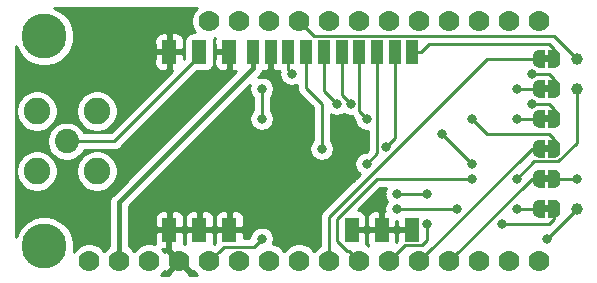
<source format=gtl>
G04 #@! TF.GenerationSoftware,KiCad,Pcbnew,(5.1.2-1)-1*
G04 #@! TF.CreationDate,2019-05-16T11:37:58+08:00*
G04 #@! TF.ProjectId,huzzah-cc112x-shield,68757a7a-6168-42d6-9363-313132782d73,1*
G04 #@! TF.SameCoordinates,Original*
G04 #@! TF.FileFunction,Copper,L1,Top*
G04 #@! TF.FilePolarity,Positive*
%FSLAX46Y46*%
G04 Gerber Fmt 4.6, Leading zero omitted, Abs format (unit mm)*
G04 Created by KiCad (PCBNEW (5.1.2-1)-1) date 2019-05-16 11:37:58*
%MOMM*%
%LPD*%
G04 APERTURE LIST*
%ADD10C,0.100000*%
%ADD11C,1.000000*%
%ADD12C,0.500000*%
%ADD13C,1.778000*%
%ADD14C,3.810000*%
%ADD15R,1.000000X2.000000*%
%ADD16R,1.200000X2.000000*%
%ADD17C,2.050000*%
%ADD18C,2.250000*%
%ADD19C,0.800000*%
%ADD20C,0.400000*%
%ADD21C,0.250000*%
%ADD22C,0.500000*%
%ADD23C,0.254000*%
G04 APERTURE END LIST*
D10*
G36*
X58670000Y-20020000D02*
G01*
X58170000Y-20020000D01*
X58170000Y-20620000D01*
X58670000Y-20620000D01*
X58670000Y-20020000D01*
G37*
G36*
X58670000Y-27640000D02*
G01*
X58170000Y-27640000D01*
X58170000Y-28240000D01*
X58670000Y-28240000D01*
X58670000Y-27640000D01*
G37*
G36*
X58670000Y-22560000D02*
G01*
X58170000Y-22560000D01*
X58170000Y-23160000D01*
X58670000Y-23160000D01*
X58670000Y-22560000D01*
G37*
G36*
X58670000Y-25100000D02*
G01*
X58170000Y-25100000D01*
X58170000Y-25700000D01*
X58670000Y-25700000D01*
X58670000Y-25100000D01*
G37*
G36*
X58670000Y-30180000D02*
G01*
X58170000Y-30180000D01*
X58170000Y-30780000D01*
X58670000Y-30780000D01*
X58670000Y-30180000D01*
G37*
G36*
X58670000Y-17480000D02*
G01*
X58170000Y-17480000D01*
X58170000Y-18080000D01*
X58670000Y-18080000D01*
X58670000Y-17480000D01*
G37*
D11*
X60960000Y-17780000D03*
X60960000Y-20320000D03*
X60960000Y-30480000D03*
D12*
X57770000Y-20320000D03*
D10*
G36*
X58270000Y-21070000D02*
G01*
X57770000Y-21070000D01*
X57770000Y-21069398D01*
X57745466Y-21069398D01*
X57696635Y-21064588D01*
X57648510Y-21055016D01*
X57601555Y-21040772D01*
X57556222Y-21021995D01*
X57512949Y-20998864D01*
X57472150Y-20971604D01*
X57434221Y-20940476D01*
X57399524Y-20905779D01*
X57368396Y-20867850D01*
X57341136Y-20827051D01*
X57318005Y-20783778D01*
X57299228Y-20738445D01*
X57284984Y-20691490D01*
X57275412Y-20643365D01*
X57270602Y-20594534D01*
X57270602Y-20570000D01*
X57270000Y-20570000D01*
X57270000Y-20070000D01*
X57270602Y-20070000D01*
X57270602Y-20045466D01*
X57275412Y-19996635D01*
X57284984Y-19948510D01*
X57299228Y-19901555D01*
X57318005Y-19856222D01*
X57341136Y-19812949D01*
X57368396Y-19772150D01*
X57399524Y-19734221D01*
X57434221Y-19699524D01*
X57472150Y-19668396D01*
X57512949Y-19641136D01*
X57556222Y-19618005D01*
X57601555Y-19599228D01*
X57648510Y-19584984D01*
X57696635Y-19575412D01*
X57745466Y-19570602D01*
X57770000Y-19570602D01*
X57770000Y-19570000D01*
X58270000Y-19570000D01*
X58270000Y-21070000D01*
X58270000Y-21070000D01*
G37*
D12*
X59070000Y-20320000D03*
D10*
G36*
X59070000Y-19570602D02*
G01*
X59094534Y-19570602D01*
X59143365Y-19575412D01*
X59191490Y-19584984D01*
X59238445Y-19599228D01*
X59283778Y-19618005D01*
X59327051Y-19641136D01*
X59367850Y-19668396D01*
X59405779Y-19699524D01*
X59440476Y-19734221D01*
X59471604Y-19772150D01*
X59498864Y-19812949D01*
X59521995Y-19856222D01*
X59540772Y-19901555D01*
X59555016Y-19948510D01*
X59564588Y-19996635D01*
X59569398Y-20045466D01*
X59569398Y-20070000D01*
X59570000Y-20070000D01*
X59570000Y-20570000D01*
X59569398Y-20570000D01*
X59569398Y-20594534D01*
X59564588Y-20643365D01*
X59555016Y-20691490D01*
X59540772Y-20738445D01*
X59521995Y-20783778D01*
X59498864Y-20827051D01*
X59471604Y-20867850D01*
X59440476Y-20905779D01*
X59405779Y-20940476D01*
X59367850Y-20971604D01*
X59327051Y-20998864D01*
X59283778Y-21021995D01*
X59238445Y-21040772D01*
X59191490Y-21055016D01*
X59143365Y-21064588D01*
X59094534Y-21069398D01*
X59070000Y-21069398D01*
X59070000Y-21070000D01*
X58570000Y-21070000D01*
X58570000Y-19570000D01*
X59070000Y-19570000D01*
X59070000Y-19570602D01*
X59070000Y-19570602D01*
G37*
D12*
X57770000Y-27940000D03*
D10*
G36*
X58270000Y-28690000D02*
G01*
X57770000Y-28690000D01*
X57770000Y-28689398D01*
X57745466Y-28689398D01*
X57696635Y-28684588D01*
X57648510Y-28675016D01*
X57601555Y-28660772D01*
X57556222Y-28641995D01*
X57512949Y-28618864D01*
X57472150Y-28591604D01*
X57434221Y-28560476D01*
X57399524Y-28525779D01*
X57368396Y-28487850D01*
X57341136Y-28447051D01*
X57318005Y-28403778D01*
X57299228Y-28358445D01*
X57284984Y-28311490D01*
X57275412Y-28263365D01*
X57270602Y-28214534D01*
X57270602Y-28190000D01*
X57270000Y-28190000D01*
X57270000Y-27690000D01*
X57270602Y-27690000D01*
X57270602Y-27665466D01*
X57275412Y-27616635D01*
X57284984Y-27568510D01*
X57299228Y-27521555D01*
X57318005Y-27476222D01*
X57341136Y-27432949D01*
X57368396Y-27392150D01*
X57399524Y-27354221D01*
X57434221Y-27319524D01*
X57472150Y-27288396D01*
X57512949Y-27261136D01*
X57556222Y-27238005D01*
X57601555Y-27219228D01*
X57648510Y-27204984D01*
X57696635Y-27195412D01*
X57745466Y-27190602D01*
X57770000Y-27190602D01*
X57770000Y-27190000D01*
X58270000Y-27190000D01*
X58270000Y-28690000D01*
X58270000Y-28690000D01*
G37*
D12*
X59070000Y-27940000D03*
D10*
G36*
X59070000Y-27190602D02*
G01*
X59094534Y-27190602D01*
X59143365Y-27195412D01*
X59191490Y-27204984D01*
X59238445Y-27219228D01*
X59283778Y-27238005D01*
X59327051Y-27261136D01*
X59367850Y-27288396D01*
X59405779Y-27319524D01*
X59440476Y-27354221D01*
X59471604Y-27392150D01*
X59498864Y-27432949D01*
X59521995Y-27476222D01*
X59540772Y-27521555D01*
X59555016Y-27568510D01*
X59564588Y-27616635D01*
X59569398Y-27665466D01*
X59569398Y-27690000D01*
X59570000Y-27690000D01*
X59570000Y-28190000D01*
X59569398Y-28190000D01*
X59569398Y-28214534D01*
X59564588Y-28263365D01*
X59555016Y-28311490D01*
X59540772Y-28358445D01*
X59521995Y-28403778D01*
X59498864Y-28447051D01*
X59471604Y-28487850D01*
X59440476Y-28525779D01*
X59405779Y-28560476D01*
X59367850Y-28591604D01*
X59327051Y-28618864D01*
X59283778Y-28641995D01*
X59238445Y-28660772D01*
X59191490Y-28675016D01*
X59143365Y-28684588D01*
X59094534Y-28689398D01*
X59070000Y-28689398D01*
X59070000Y-28690000D01*
X58570000Y-28690000D01*
X58570000Y-27190000D01*
X59070000Y-27190000D01*
X59070000Y-27190602D01*
X59070000Y-27190602D01*
G37*
D12*
X57770000Y-22860000D03*
D10*
G36*
X58270000Y-23610000D02*
G01*
X57770000Y-23610000D01*
X57770000Y-23609398D01*
X57745466Y-23609398D01*
X57696635Y-23604588D01*
X57648510Y-23595016D01*
X57601555Y-23580772D01*
X57556222Y-23561995D01*
X57512949Y-23538864D01*
X57472150Y-23511604D01*
X57434221Y-23480476D01*
X57399524Y-23445779D01*
X57368396Y-23407850D01*
X57341136Y-23367051D01*
X57318005Y-23323778D01*
X57299228Y-23278445D01*
X57284984Y-23231490D01*
X57275412Y-23183365D01*
X57270602Y-23134534D01*
X57270602Y-23110000D01*
X57270000Y-23110000D01*
X57270000Y-22610000D01*
X57270602Y-22610000D01*
X57270602Y-22585466D01*
X57275412Y-22536635D01*
X57284984Y-22488510D01*
X57299228Y-22441555D01*
X57318005Y-22396222D01*
X57341136Y-22352949D01*
X57368396Y-22312150D01*
X57399524Y-22274221D01*
X57434221Y-22239524D01*
X57472150Y-22208396D01*
X57512949Y-22181136D01*
X57556222Y-22158005D01*
X57601555Y-22139228D01*
X57648510Y-22124984D01*
X57696635Y-22115412D01*
X57745466Y-22110602D01*
X57770000Y-22110602D01*
X57770000Y-22110000D01*
X58270000Y-22110000D01*
X58270000Y-23610000D01*
X58270000Y-23610000D01*
G37*
D12*
X59070000Y-22860000D03*
D10*
G36*
X59070000Y-22110602D02*
G01*
X59094534Y-22110602D01*
X59143365Y-22115412D01*
X59191490Y-22124984D01*
X59238445Y-22139228D01*
X59283778Y-22158005D01*
X59327051Y-22181136D01*
X59367850Y-22208396D01*
X59405779Y-22239524D01*
X59440476Y-22274221D01*
X59471604Y-22312150D01*
X59498864Y-22352949D01*
X59521995Y-22396222D01*
X59540772Y-22441555D01*
X59555016Y-22488510D01*
X59564588Y-22536635D01*
X59569398Y-22585466D01*
X59569398Y-22610000D01*
X59570000Y-22610000D01*
X59570000Y-23110000D01*
X59569398Y-23110000D01*
X59569398Y-23134534D01*
X59564588Y-23183365D01*
X59555016Y-23231490D01*
X59540772Y-23278445D01*
X59521995Y-23323778D01*
X59498864Y-23367051D01*
X59471604Y-23407850D01*
X59440476Y-23445779D01*
X59405779Y-23480476D01*
X59367850Y-23511604D01*
X59327051Y-23538864D01*
X59283778Y-23561995D01*
X59238445Y-23580772D01*
X59191490Y-23595016D01*
X59143365Y-23604588D01*
X59094534Y-23609398D01*
X59070000Y-23609398D01*
X59070000Y-23610000D01*
X58570000Y-23610000D01*
X58570000Y-22110000D01*
X59070000Y-22110000D01*
X59070000Y-22110602D01*
X59070000Y-22110602D01*
G37*
D12*
X57770000Y-25400000D03*
D10*
G36*
X58270000Y-26150000D02*
G01*
X57770000Y-26150000D01*
X57770000Y-26149398D01*
X57745466Y-26149398D01*
X57696635Y-26144588D01*
X57648510Y-26135016D01*
X57601555Y-26120772D01*
X57556222Y-26101995D01*
X57512949Y-26078864D01*
X57472150Y-26051604D01*
X57434221Y-26020476D01*
X57399524Y-25985779D01*
X57368396Y-25947850D01*
X57341136Y-25907051D01*
X57318005Y-25863778D01*
X57299228Y-25818445D01*
X57284984Y-25771490D01*
X57275412Y-25723365D01*
X57270602Y-25674534D01*
X57270602Y-25650000D01*
X57270000Y-25650000D01*
X57270000Y-25150000D01*
X57270602Y-25150000D01*
X57270602Y-25125466D01*
X57275412Y-25076635D01*
X57284984Y-25028510D01*
X57299228Y-24981555D01*
X57318005Y-24936222D01*
X57341136Y-24892949D01*
X57368396Y-24852150D01*
X57399524Y-24814221D01*
X57434221Y-24779524D01*
X57472150Y-24748396D01*
X57512949Y-24721136D01*
X57556222Y-24698005D01*
X57601555Y-24679228D01*
X57648510Y-24664984D01*
X57696635Y-24655412D01*
X57745466Y-24650602D01*
X57770000Y-24650602D01*
X57770000Y-24650000D01*
X58270000Y-24650000D01*
X58270000Y-26150000D01*
X58270000Y-26150000D01*
G37*
D12*
X59070000Y-25400000D03*
D10*
G36*
X59070000Y-24650602D02*
G01*
X59094534Y-24650602D01*
X59143365Y-24655412D01*
X59191490Y-24664984D01*
X59238445Y-24679228D01*
X59283778Y-24698005D01*
X59327051Y-24721136D01*
X59367850Y-24748396D01*
X59405779Y-24779524D01*
X59440476Y-24814221D01*
X59471604Y-24852150D01*
X59498864Y-24892949D01*
X59521995Y-24936222D01*
X59540772Y-24981555D01*
X59555016Y-25028510D01*
X59564588Y-25076635D01*
X59569398Y-25125466D01*
X59569398Y-25150000D01*
X59570000Y-25150000D01*
X59570000Y-25650000D01*
X59569398Y-25650000D01*
X59569398Y-25674534D01*
X59564588Y-25723365D01*
X59555016Y-25771490D01*
X59540772Y-25818445D01*
X59521995Y-25863778D01*
X59498864Y-25907051D01*
X59471604Y-25947850D01*
X59440476Y-25985779D01*
X59405779Y-26020476D01*
X59367850Y-26051604D01*
X59327051Y-26078864D01*
X59283778Y-26101995D01*
X59238445Y-26120772D01*
X59191490Y-26135016D01*
X59143365Y-26144588D01*
X59094534Y-26149398D01*
X59070000Y-26149398D01*
X59070000Y-26150000D01*
X58570000Y-26150000D01*
X58570000Y-24650000D01*
X59070000Y-24650000D01*
X59070000Y-24650602D01*
X59070000Y-24650602D01*
G37*
D12*
X57770000Y-30480000D03*
D10*
G36*
X58270000Y-31230000D02*
G01*
X57770000Y-31230000D01*
X57770000Y-31229398D01*
X57745466Y-31229398D01*
X57696635Y-31224588D01*
X57648510Y-31215016D01*
X57601555Y-31200772D01*
X57556222Y-31181995D01*
X57512949Y-31158864D01*
X57472150Y-31131604D01*
X57434221Y-31100476D01*
X57399524Y-31065779D01*
X57368396Y-31027850D01*
X57341136Y-30987051D01*
X57318005Y-30943778D01*
X57299228Y-30898445D01*
X57284984Y-30851490D01*
X57275412Y-30803365D01*
X57270602Y-30754534D01*
X57270602Y-30730000D01*
X57270000Y-30730000D01*
X57270000Y-30230000D01*
X57270602Y-30230000D01*
X57270602Y-30205466D01*
X57275412Y-30156635D01*
X57284984Y-30108510D01*
X57299228Y-30061555D01*
X57318005Y-30016222D01*
X57341136Y-29972949D01*
X57368396Y-29932150D01*
X57399524Y-29894221D01*
X57434221Y-29859524D01*
X57472150Y-29828396D01*
X57512949Y-29801136D01*
X57556222Y-29778005D01*
X57601555Y-29759228D01*
X57648510Y-29744984D01*
X57696635Y-29735412D01*
X57745466Y-29730602D01*
X57770000Y-29730602D01*
X57770000Y-29730000D01*
X58270000Y-29730000D01*
X58270000Y-31230000D01*
X58270000Y-31230000D01*
G37*
D12*
X59070000Y-30480000D03*
D10*
G36*
X59070000Y-29730602D02*
G01*
X59094534Y-29730602D01*
X59143365Y-29735412D01*
X59191490Y-29744984D01*
X59238445Y-29759228D01*
X59283778Y-29778005D01*
X59327051Y-29801136D01*
X59367850Y-29828396D01*
X59405779Y-29859524D01*
X59440476Y-29894221D01*
X59471604Y-29932150D01*
X59498864Y-29972949D01*
X59521995Y-30016222D01*
X59540772Y-30061555D01*
X59555016Y-30108510D01*
X59564588Y-30156635D01*
X59569398Y-30205466D01*
X59569398Y-30230000D01*
X59570000Y-30230000D01*
X59570000Y-30730000D01*
X59569398Y-30730000D01*
X59569398Y-30754534D01*
X59564588Y-30803365D01*
X59555016Y-30851490D01*
X59540772Y-30898445D01*
X59521995Y-30943778D01*
X59498864Y-30987051D01*
X59471604Y-31027850D01*
X59440476Y-31065779D01*
X59405779Y-31100476D01*
X59367850Y-31131604D01*
X59327051Y-31158864D01*
X59283778Y-31181995D01*
X59238445Y-31200772D01*
X59191490Y-31215016D01*
X59143365Y-31224588D01*
X59094534Y-31229398D01*
X59070000Y-31229398D01*
X59070000Y-31230000D01*
X58570000Y-31230000D01*
X58570000Y-29730000D01*
X59070000Y-29730000D01*
X59070000Y-29730602D01*
X59070000Y-29730602D01*
G37*
D12*
X57770000Y-17780000D03*
D10*
G36*
X58270000Y-18530000D02*
G01*
X57770000Y-18530000D01*
X57770000Y-18529398D01*
X57745466Y-18529398D01*
X57696635Y-18524588D01*
X57648510Y-18515016D01*
X57601555Y-18500772D01*
X57556222Y-18481995D01*
X57512949Y-18458864D01*
X57472150Y-18431604D01*
X57434221Y-18400476D01*
X57399524Y-18365779D01*
X57368396Y-18327850D01*
X57341136Y-18287051D01*
X57318005Y-18243778D01*
X57299228Y-18198445D01*
X57284984Y-18151490D01*
X57275412Y-18103365D01*
X57270602Y-18054534D01*
X57270602Y-18030000D01*
X57270000Y-18030000D01*
X57270000Y-17530000D01*
X57270602Y-17530000D01*
X57270602Y-17505466D01*
X57275412Y-17456635D01*
X57284984Y-17408510D01*
X57299228Y-17361555D01*
X57318005Y-17316222D01*
X57341136Y-17272949D01*
X57368396Y-17232150D01*
X57399524Y-17194221D01*
X57434221Y-17159524D01*
X57472150Y-17128396D01*
X57512949Y-17101136D01*
X57556222Y-17078005D01*
X57601555Y-17059228D01*
X57648510Y-17044984D01*
X57696635Y-17035412D01*
X57745466Y-17030602D01*
X57770000Y-17030602D01*
X57770000Y-17030000D01*
X58270000Y-17030000D01*
X58270000Y-18530000D01*
X58270000Y-18530000D01*
G37*
D12*
X59070000Y-17780000D03*
D10*
G36*
X59070000Y-17030602D02*
G01*
X59094534Y-17030602D01*
X59143365Y-17035412D01*
X59191490Y-17044984D01*
X59238445Y-17059228D01*
X59283778Y-17078005D01*
X59327051Y-17101136D01*
X59367850Y-17128396D01*
X59405779Y-17159524D01*
X59440476Y-17194221D01*
X59471604Y-17232150D01*
X59498864Y-17272949D01*
X59521995Y-17316222D01*
X59540772Y-17361555D01*
X59555016Y-17408510D01*
X59564588Y-17456635D01*
X59569398Y-17505466D01*
X59569398Y-17530000D01*
X59570000Y-17530000D01*
X59570000Y-18030000D01*
X59569398Y-18030000D01*
X59569398Y-18054534D01*
X59564588Y-18103365D01*
X59555016Y-18151490D01*
X59540772Y-18198445D01*
X59521995Y-18243778D01*
X59498864Y-18287051D01*
X59471604Y-18327850D01*
X59440476Y-18365779D01*
X59405779Y-18400476D01*
X59367850Y-18431604D01*
X59327051Y-18458864D01*
X59283778Y-18481995D01*
X59238445Y-18500772D01*
X59191490Y-18515016D01*
X59143365Y-18524588D01*
X59094534Y-18529398D01*
X59070000Y-18529398D01*
X59070000Y-18530000D01*
X58570000Y-18530000D01*
X58570000Y-17030000D01*
X59070000Y-17030000D01*
X59070000Y-17030602D01*
X59070000Y-17030602D01*
G37*
D13*
X19685000Y-34925000D03*
X22225000Y-34925000D03*
X24765000Y-34925000D03*
X27305000Y-34925000D03*
X57785000Y-34925000D03*
X55245000Y-34925000D03*
X52705000Y-34925000D03*
X50165000Y-34925000D03*
X47625000Y-34925000D03*
X45085000Y-34925000D03*
X42545000Y-34925000D03*
X40005000Y-34925000D03*
X37465000Y-34925000D03*
X34925000Y-34925000D03*
X32385000Y-34925000D03*
X29845000Y-34925000D03*
X57785000Y-14605000D03*
X55245000Y-14605000D03*
X52705000Y-14605000D03*
X50165000Y-14605000D03*
X47625000Y-14605000D03*
X45085000Y-14605000D03*
X42545000Y-14605000D03*
X40005000Y-14605000D03*
X37465000Y-14605000D03*
X34925000Y-14605000D03*
X32385000Y-14605000D03*
X29845000Y-14605000D03*
D14*
X15875000Y-33655000D03*
X15875000Y-15875000D03*
D15*
X47050000Y-17190000D03*
X45550000Y-17190000D03*
X44050000Y-17190000D03*
X42550000Y-17190000D03*
X41050000Y-17190000D03*
X39550000Y-17190000D03*
X38050000Y-17190000D03*
X36550000Y-17190000D03*
X35050000Y-17190000D03*
X33550000Y-17190000D03*
D16*
X31530000Y-17190000D03*
X28990000Y-17190000D03*
X26450000Y-17190000D03*
X46980000Y-32250000D03*
X44440000Y-32250000D03*
X41900000Y-32250000D03*
X31560000Y-32250000D03*
X29020000Y-32250000D03*
X26480000Y-32250000D03*
D17*
X17780000Y-24765000D03*
D18*
X20320000Y-22225000D03*
X15240000Y-22225000D03*
X15240000Y-27305000D03*
X20320000Y-27305000D03*
D19*
X34290000Y-22860000D03*
X34290000Y-20320000D03*
X34290000Y-33020000D03*
X55880000Y-20320000D03*
X55880000Y-30480000D03*
X50800000Y-30480000D03*
X45720000Y-30480000D03*
X58420000Y-33020000D03*
X55880000Y-27940000D03*
X52070000Y-27940000D03*
X48260000Y-31750000D03*
X55880000Y-22860000D03*
X44450000Y-29210000D03*
X41910000Y-27940000D03*
X22860000Y-17145000D03*
X44775000Y-25250068D03*
X54610000Y-31750000D03*
X48260000Y-29210000D03*
X43180000Y-26670000D03*
X45720012Y-29210000D03*
X43180000Y-22860000D03*
X52070010Y-22860000D03*
X57150000Y-21590000D03*
X41824996Y-21590000D03*
X60960000Y-27940000D03*
X40640012Y-21590000D03*
X49530000Y-24130000D03*
X52069970Y-26670000D03*
X39370000Y-25400000D03*
X57150094Y-19050000D03*
X36830000Y-19050000D03*
D20*
X22225000Y-33667765D02*
X22225000Y-34925000D01*
X22225000Y-29915000D02*
X22225000Y-33667765D01*
X33550000Y-18590000D02*
X22225000Y-29915000D01*
X33550000Y-17190000D02*
X33550000Y-18590000D01*
D21*
X19229568Y-24765000D02*
X17780000Y-24765000D01*
X21815000Y-24765000D02*
X19229568Y-24765000D01*
X28990000Y-17590000D02*
X21815000Y-24765000D01*
X28990000Y-17190000D02*
X28990000Y-17590000D01*
X38353999Y-15493999D02*
X37465000Y-14605000D01*
X38724999Y-15864999D02*
X38353999Y-15493999D01*
X59044999Y-15864999D02*
X38724999Y-15864999D01*
X60960000Y-17780000D02*
X59044999Y-15864999D01*
X34290000Y-22860000D02*
X34290000Y-20320000D01*
X30733999Y-34036001D02*
X29845000Y-34925000D01*
X31059001Y-33710999D02*
X30733999Y-34036001D01*
X33599001Y-33710999D02*
X31059001Y-33710999D01*
X34290000Y-33020000D02*
X33599001Y-33710999D01*
X57770000Y-20320000D02*
X55880000Y-20320000D01*
X57770000Y-30480000D02*
X55880000Y-30480000D01*
X50800000Y-30480000D02*
X45720000Y-30480000D01*
X60960000Y-30480000D02*
X58420000Y-33020000D01*
X40005000Y-31163998D02*
X40005000Y-33667765D01*
X57770000Y-17780000D02*
X53388998Y-17780000D01*
X53388998Y-17780000D02*
X40005000Y-31163998D01*
X40005000Y-33667765D02*
X40005000Y-34925000D01*
X57344990Y-26475010D02*
X55880000Y-27940000D01*
X59408328Y-26475010D02*
X57344990Y-26475010D01*
X60960000Y-20320000D02*
X60960000Y-24923338D01*
X60960000Y-24923338D02*
X59408328Y-26475010D01*
X40640000Y-33175002D02*
X40640000Y-31324998D01*
X41500999Y-34036001D02*
X40640000Y-33175002D01*
X40640000Y-31324998D02*
X44024998Y-27940000D01*
X51504315Y-27940000D02*
X52070000Y-27940000D01*
X41656001Y-34036001D02*
X41500999Y-34036001D01*
X44024998Y-27940000D02*
X51504315Y-27940000D01*
X42545000Y-34925000D02*
X41656001Y-34036001D01*
X48260000Y-33155002D02*
X48260000Y-31750000D01*
X47840001Y-33575001D02*
X48260000Y-33155002D01*
X45085000Y-34925000D02*
X46434999Y-33575001D01*
X46434999Y-33575001D02*
X47840001Y-33575001D01*
X55880000Y-22860000D02*
X57770000Y-22860000D01*
X57150000Y-25400000D02*
X47625000Y-34925000D01*
X57770000Y-25400000D02*
X57150000Y-25400000D01*
X57150000Y-27940000D02*
X50165000Y-34925000D01*
X57770000Y-27940000D02*
X57150000Y-27940000D01*
D22*
X26480000Y-34100000D02*
X27305000Y-34925000D01*
X26480000Y-32250000D02*
X26480000Y-34100000D01*
X27330000Y-32250000D02*
X29020000Y-32250000D01*
X26480000Y-32250000D02*
X27330000Y-32250000D01*
X30710000Y-32250000D02*
X29020000Y-32250000D01*
X31560000Y-32250000D02*
X30710000Y-32250000D01*
X42750000Y-32250000D02*
X44440000Y-32250000D01*
X41900000Y-32250000D02*
X42750000Y-32250000D01*
X45290000Y-32250000D02*
X46980000Y-32250000D01*
X44440000Y-32250000D02*
X45290000Y-32250000D01*
D21*
X47800000Y-17190000D02*
X47050000Y-17190000D01*
X48480000Y-16510000D02*
X47800000Y-17190000D01*
X58647592Y-16510000D02*
X48480000Y-16510000D01*
X59070000Y-16932408D02*
X58647592Y-16510000D01*
X59070000Y-17780000D02*
X59070000Y-16932408D01*
X45550000Y-17190000D02*
X45550000Y-24475068D01*
X45550000Y-24475068D02*
X44775000Y-25250068D01*
X58647592Y-31750000D02*
X54610000Y-31750000D01*
X59070000Y-31327592D02*
X58647592Y-31750000D01*
X44050000Y-25800000D02*
X44050000Y-17190000D01*
X43180000Y-26670000D02*
X44050000Y-25800000D01*
X59070000Y-30480000D02*
X59070000Y-31327592D01*
X48260000Y-29210000D02*
X45720012Y-29210000D01*
X42550000Y-17190000D02*
X42550000Y-22230000D01*
X42550000Y-22230000D02*
X42780001Y-22460001D01*
X42780001Y-22460001D02*
X43180000Y-22860000D01*
X52470009Y-23259999D02*
X52070010Y-22860000D01*
X59070000Y-24552408D02*
X58647592Y-24130000D01*
X59070000Y-25400000D02*
X59070000Y-24552408D01*
X58647592Y-24130000D02*
X53340010Y-24130000D01*
X53340010Y-24130000D02*
X52470009Y-23259999D01*
X57150000Y-21590000D02*
X58647592Y-21590000D01*
X58647592Y-21590000D02*
X59070000Y-22012408D01*
X59070000Y-22860000D02*
X59070000Y-22012408D01*
X41050000Y-17190000D02*
X41050000Y-20815004D01*
X41050000Y-20815004D02*
X41424997Y-21190001D01*
X41424997Y-21190001D02*
X41824996Y-21590000D01*
X59070000Y-27940000D02*
X60960000Y-27940000D01*
X39550000Y-17190000D02*
X39550000Y-20499988D01*
X39550000Y-20499988D02*
X40240013Y-21190001D01*
X40240013Y-21190001D02*
X40640012Y-21590000D01*
X49530000Y-24130000D02*
X52069970Y-26669970D01*
X52069970Y-26669970D02*
X52069970Y-26670000D01*
X38050000Y-20270000D02*
X38050000Y-17190000D01*
X39370000Y-25400000D02*
X39370000Y-21590000D01*
X39370000Y-21590000D02*
X38050000Y-20270000D01*
X59070000Y-19472408D02*
X58647592Y-19050000D01*
X57715779Y-19050000D02*
X57150094Y-19050000D01*
X58647592Y-19050000D02*
X57715779Y-19050000D01*
X59070000Y-20320000D02*
X59070000Y-19472408D01*
X36550000Y-17190000D02*
X36550000Y-18770000D01*
X36550000Y-18770000D02*
X36830000Y-19050000D01*
D23*
G36*
X27498748Y-34910858D02*
G01*
X27484605Y-34925000D01*
X28361231Y-35801626D01*
X28555583Y-35738378D01*
X28661232Y-35896493D01*
X28832739Y-36068000D01*
X28153389Y-36068000D01*
X28181626Y-35981231D01*
X27305000Y-35104605D01*
X26428374Y-35981231D01*
X26456611Y-36068000D01*
X25777261Y-36068000D01*
X25948768Y-35896493D01*
X26054417Y-35738378D01*
X26248769Y-35801626D01*
X27125395Y-34925000D01*
X27111253Y-34910858D01*
X27290858Y-34731253D01*
X27305000Y-34745395D01*
X27319143Y-34731253D01*
X27498748Y-34910858D01*
X27498748Y-34910858D01*
G37*
X27498748Y-34910858D02*
X27484605Y-34925000D01*
X28361231Y-35801626D01*
X28555583Y-35738378D01*
X28661232Y-35896493D01*
X28832739Y-36068000D01*
X28153389Y-36068000D01*
X28181626Y-35981231D01*
X27305000Y-35104605D01*
X26428374Y-35981231D01*
X26456611Y-36068000D01*
X25777261Y-36068000D01*
X25948768Y-35896493D01*
X26054417Y-35738378D01*
X26248769Y-35801626D01*
X27125395Y-34925000D01*
X27111253Y-34910858D01*
X27290858Y-34731253D01*
X27305000Y-34745395D01*
X27319143Y-34731253D01*
X27498748Y-34910858D01*
G36*
X28661232Y-13633507D02*
G01*
X28494449Y-13883115D01*
X28379566Y-14160466D01*
X28321000Y-14454899D01*
X28321000Y-14755101D01*
X28379566Y-15049534D01*
X28494449Y-15326885D01*
X28644818Y-15551928D01*
X28390000Y-15551928D01*
X28265518Y-15564188D01*
X28145820Y-15600498D01*
X28035506Y-15659463D01*
X27938815Y-15738815D01*
X27859463Y-15835506D01*
X27800498Y-15945820D01*
X27764188Y-16065518D01*
X27751928Y-16190000D01*
X27751928Y-17753270D01*
X27686475Y-17818723D01*
X27685000Y-17475750D01*
X27526250Y-17317000D01*
X26577000Y-17317000D01*
X26577000Y-18666250D01*
X26707974Y-18797224D01*
X21500199Y-24005000D01*
X19261969Y-24005000D01*
X19251073Y-23978695D01*
X19069406Y-23706812D01*
X18838188Y-23475594D01*
X18566305Y-23293927D01*
X18264204Y-23168793D01*
X17943496Y-23105000D01*
X17616504Y-23105000D01*
X17295796Y-23168793D01*
X16993695Y-23293927D01*
X16721812Y-23475594D01*
X16490594Y-23706812D01*
X16308927Y-23978695D01*
X16183793Y-24280796D01*
X16120000Y-24601504D01*
X16120000Y-24928496D01*
X16183793Y-25249204D01*
X16308927Y-25551305D01*
X16490594Y-25823188D01*
X16721812Y-26054406D01*
X16993695Y-26236073D01*
X17295796Y-26361207D01*
X17616504Y-26425000D01*
X17943496Y-26425000D01*
X18264204Y-26361207D01*
X18566305Y-26236073D01*
X18838188Y-26054406D01*
X19069406Y-25823188D01*
X19251073Y-25551305D01*
X19261969Y-25525000D01*
X21777678Y-25525000D01*
X21815000Y-25528676D01*
X21852322Y-25525000D01*
X21852333Y-25525000D01*
X21963986Y-25514003D01*
X22107247Y-25470546D01*
X22239276Y-25399974D01*
X22355001Y-25305001D01*
X22378804Y-25275997D01*
X28826730Y-18828072D01*
X29590000Y-18828072D01*
X29714482Y-18815812D01*
X29834180Y-18779502D01*
X29944494Y-18720537D01*
X30041185Y-18641185D01*
X30120537Y-18544494D01*
X30179502Y-18434180D01*
X30215812Y-18314482D01*
X30228072Y-18190000D01*
X30291928Y-18190000D01*
X30304188Y-18314482D01*
X30340498Y-18434180D01*
X30399463Y-18544494D01*
X30478815Y-18641185D01*
X30575506Y-18720537D01*
X30685820Y-18779502D01*
X30805518Y-18815812D01*
X30930000Y-18828072D01*
X31244250Y-18825000D01*
X31403000Y-18666250D01*
X31403000Y-17317000D01*
X30453750Y-17317000D01*
X30295000Y-17475750D01*
X30291928Y-18190000D01*
X30228072Y-18190000D01*
X30228072Y-16190000D01*
X30217703Y-16084722D01*
X30289534Y-16070434D01*
X30304588Y-16064198D01*
X30304188Y-16065518D01*
X30291928Y-16190000D01*
X30295000Y-16904250D01*
X30453750Y-17063000D01*
X31403000Y-17063000D01*
X31403000Y-17043000D01*
X31657000Y-17043000D01*
X31657000Y-17063000D01*
X31677000Y-17063000D01*
X31677000Y-17317000D01*
X31657000Y-17317000D01*
X31657000Y-18666250D01*
X31815750Y-18825000D01*
X32130000Y-18828072D01*
X32131175Y-18827956D01*
X21663579Y-29295554D01*
X21631709Y-29321709D01*
X21530528Y-29445000D01*
X21527364Y-29448855D01*
X21449828Y-29593914D01*
X21402082Y-29751312D01*
X21385960Y-29915000D01*
X21390000Y-29956019D01*
X21390001Y-33626737D01*
X21390000Y-33626747D01*
X21390000Y-33650030D01*
X21253507Y-33741232D01*
X21041232Y-33953507D01*
X20955000Y-34082562D01*
X20868768Y-33953507D01*
X20656493Y-33741232D01*
X20406885Y-33574449D01*
X20129534Y-33459566D01*
X19835101Y-33401000D01*
X19534899Y-33401000D01*
X19240466Y-33459566D01*
X18963115Y-33574449D01*
X18713507Y-33741232D01*
X18501232Y-33953507D01*
X18364757Y-34157756D01*
X18415000Y-33905168D01*
X18415000Y-33404832D01*
X18317389Y-32914109D01*
X18125919Y-32451859D01*
X17847947Y-32035844D01*
X17494156Y-31682053D01*
X17078141Y-31404081D01*
X16615891Y-31212611D01*
X16125168Y-31115000D01*
X15624832Y-31115000D01*
X15134109Y-31212611D01*
X14671859Y-31404081D01*
X14255844Y-31682053D01*
X13902053Y-32035844D01*
X13624081Y-32451859D01*
X13462000Y-32843158D01*
X13462000Y-27131655D01*
X13480000Y-27131655D01*
X13480000Y-27478345D01*
X13547636Y-27818373D01*
X13680308Y-28138673D01*
X13872919Y-28426935D01*
X14118065Y-28672081D01*
X14406327Y-28864692D01*
X14726627Y-28997364D01*
X15066655Y-29065000D01*
X15413345Y-29065000D01*
X15753373Y-28997364D01*
X16073673Y-28864692D01*
X16361935Y-28672081D01*
X16607081Y-28426935D01*
X16799692Y-28138673D01*
X16932364Y-27818373D01*
X17000000Y-27478345D01*
X17000000Y-27131655D01*
X18560000Y-27131655D01*
X18560000Y-27478345D01*
X18627636Y-27818373D01*
X18760308Y-28138673D01*
X18952919Y-28426935D01*
X19198065Y-28672081D01*
X19486327Y-28864692D01*
X19806627Y-28997364D01*
X20146655Y-29065000D01*
X20493345Y-29065000D01*
X20833373Y-28997364D01*
X21153673Y-28864692D01*
X21441935Y-28672081D01*
X21687081Y-28426935D01*
X21879692Y-28138673D01*
X22012364Y-27818373D01*
X22080000Y-27478345D01*
X22080000Y-27131655D01*
X22012364Y-26791627D01*
X21879692Y-26471327D01*
X21687081Y-26183065D01*
X21441935Y-25937919D01*
X21153673Y-25745308D01*
X20833373Y-25612636D01*
X20493345Y-25545000D01*
X20146655Y-25545000D01*
X19806627Y-25612636D01*
X19486327Y-25745308D01*
X19198065Y-25937919D01*
X18952919Y-26183065D01*
X18760308Y-26471327D01*
X18627636Y-26791627D01*
X18560000Y-27131655D01*
X17000000Y-27131655D01*
X16932364Y-26791627D01*
X16799692Y-26471327D01*
X16607081Y-26183065D01*
X16361935Y-25937919D01*
X16073673Y-25745308D01*
X15753373Y-25612636D01*
X15413345Y-25545000D01*
X15066655Y-25545000D01*
X14726627Y-25612636D01*
X14406327Y-25745308D01*
X14118065Y-25937919D01*
X13872919Y-26183065D01*
X13680308Y-26471327D01*
X13547636Y-26791627D01*
X13480000Y-27131655D01*
X13462000Y-27131655D01*
X13462000Y-22051655D01*
X13480000Y-22051655D01*
X13480000Y-22398345D01*
X13547636Y-22738373D01*
X13680308Y-23058673D01*
X13872919Y-23346935D01*
X14118065Y-23592081D01*
X14406327Y-23784692D01*
X14726627Y-23917364D01*
X15066655Y-23985000D01*
X15413345Y-23985000D01*
X15753373Y-23917364D01*
X16073673Y-23784692D01*
X16361935Y-23592081D01*
X16607081Y-23346935D01*
X16799692Y-23058673D01*
X16932364Y-22738373D01*
X17000000Y-22398345D01*
X17000000Y-22051655D01*
X18560000Y-22051655D01*
X18560000Y-22398345D01*
X18627636Y-22738373D01*
X18760308Y-23058673D01*
X18952919Y-23346935D01*
X19198065Y-23592081D01*
X19486327Y-23784692D01*
X19806627Y-23917364D01*
X20146655Y-23985000D01*
X20493345Y-23985000D01*
X20833373Y-23917364D01*
X21153673Y-23784692D01*
X21441935Y-23592081D01*
X21687081Y-23346935D01*
X21879692Y-23058673D01*
X22012364Y-22738373D01*
X22080000Y-22398345D01*
X22080000Y-22051655D01*
X22012364Y-21711627D01*
X21879692Y-21391327D01*
X21687081Y-21103065D01*
X21441935Y-20857919D01*
X21153673Y-20665308D01*
X20833373Y-20532636D01*
X20493345Y-20465000D01*
X20146655Y-20465000D01*
X19806627Y-20532636D01*
X19486327Y-20665308D01*
X19198065Y-20857919D01*
X18952919Y-21103065D01*
X18760308Y-21391327D01*
X18627636Y-21711627D01*
X18560000Y-22051655D01*
X17000000Y-22051655D01*
X16932364Y-21711627D01*
X16799692Y-21391327D01*
X16607081Y-21103065D01*
X16361935Y-20857919D01*
X16073673Y-20665308D01*
X15753373Y-20532636D01*
X15413345Y-20465000D01*
X15066655Y-20465000D01*
X14726627Y-20532636D01*
X14406327Y-20665308D01*
X14118065Y-20857919D01*
X13872919Y-21103065D01*
X13680308Y-21391327D01*
X13547636Y-21711627D01*
X13480000Y-22051655D01*
X13462000Y-22051655D01*
X13462000Y-16686842D01*
X13624081Y-17078141D01*
X13902053Y-17494156D01*
X14255844Y-17847947D01*
X14671859Y-18125919D01*
X15134109Y-18317389D01*
X15624832Y-18415000D01*
X16125168Y-18415000D01*
X16615891Y-18317389D01*
X16923435Y-18190000D01*
X25211928Y-18190000D01*
X25224188Y-18314482D01*
X25260498Y-18434180D01*
X25319463Y-18544494D01*
X25398815Y-18641185D01*
X25495506Y-18720537D01*
X25605820Y-18779502D01*
X25725518Y-18815812D01*
X25850000Y-18828072D01*
X26164250Y-18825000D01*
X26323000Y-18666250D01*
X26323000Y-17317000D01*
X25373750Y-17317000D01*
X25215000Y-17475750D01*
X25211928Y-18190000D01*
X16923435Y-18190000D01*
X17078141Y-18125919D01*
X17494156Y-17847947D01*
X17847947Y-17494156D01*
X18125919Y-17078141D01*
X18317389Y-16615891D01*
X18402104Y-16190000D01*
X25211928Y-16190000D01*
X25215000Y-16904250D01*
X25373750Y-17063000D01*
X26323000Y-17063000D01*
X26323000Y-15713750D01*
X26577000Y-15713750D01*
X26577000Y-17063000D01*
X27526250Y-17063000D01*
X27685000Y-16904250D01*
X27688072Y-16190000D01*
X27675812Y-16065518D01*
X27639502Y-15945820D01*
X27580537Y-15835506D01*
X27501185Y-15738815D01*
X27404494Y-15659463D01*
X27294180Y-15600498D01*
X27174482Y-15564188D01*
X27050000Y-15551928D01*
X26735750Y-15555000D01*
X26577000Y-15713750D01*
X26323000Y-15713750D01*
X26164250Y-15555000D01*
X25850000Y-15551928D01*
X25725518Y-15564188D01*
X25605820Y-15600498D01*
X25495506Y-15659463D01*
X25398815Y-15738815D01*
X25319463Y-15835506D01*
X25260498Y-15945820D01*
X25224188Y-16065518D01*
X25211928Y-16190000D01*
X18402104Y-16190000D01*
X18415000Y-16125168D01*
X18415000Y-15624832D01*
X18317389Y-15134109D01*
X18125919Y-14671859D01*
X17847947Y-14255844D01*
X17494156Y-13902053D01*
X17078141Y-13624081D01*
X16686842Y-13462000D01*
X28832739Y-13462000D01*
X28661232Y-13633507D01*
X28661232Y-13633507D01*
G37*
X28661232Y-13633507D02*
X28494449Y-13883115D01*
X28379566Y-14160466D01*
X28321000Y-14454899D01*
X28321000Y-14755101D01*
X28379566Y-15049534D01*
X28494449Y-15326885D01*
X28644818Y-15551928D01*
X28390000Y-15551928D01*
X28265518Y-15564188D01*
X28145820Y-15600498D01*
X28035506Y-15659463D01*
X27938815Y-15738815D01*
X27859463Y-15835506D01*
X27800498Y-15945820D01*
X27764188Y-16065518D01*
X27751928Y-16190000D01*
X27751928Y-17753270D01*
X27686475Y-17818723D01*
X27685000Y-17475750D01*
X27526250Y-17317000D01*
X26577000Y-17317000D01*
X26577000Y-18666250D01*
X26707974Y-18797224D01*
X21500199Y-24005000D01*
X19261969Y-24005000D01*
X19251073Y-23978695D01*
X19069406Y-23706812D01*
X18838188Y-23475594D01*
X18566305Y-23293927D01*
X18264204Y-23168793D01*
X17943496Y-23105000D01*
X17616504Y-23105000D01*
X17295796Y-23168793D01*
X16993695Y-23293927D01*
X16721812Y-23475594D01*
X16490594Y-23706812D01*
X16308927Y-23978695D01*
X16183793Y-24280796D01*
X16120000Y-24601504D01*
X16120000Y-24928496D01*
X16183793Y-25249204D01*
X16308927Y-25551305D01*
X16490594Y-25823188D01*
X16721812Y-26054406D01*
X16993695Y-26236073D01*
X17295796Y-26361207D01*
X17616504Y-26425000D01*
X17943496Y-26425000D01*
X18264204Y-26361207D01*
X18566305Y-26236073D01*
X18838188Y-26054406D01*
X19069406Y-25823188D01*
X19251073Y-25551305D01*
X19261969Y-25525000D01*
X21777678Y-25525000D01*
X21815000Y-25528676D01*
X21852322Y-25525000D01*
X21852333Y-25525000D01*
X21963986Y-25514003D01*
X22107247Y-25470546D01*
X22239276Y-25399974D01*
X22355001Y-25305001D01*
X22378804Y-25275997D01*
X28826730Y-18828072D01*
X29590000Y-18828072D01*
X29714482Y-18815812D01*
X29834180Y-18779502D01*
X29944494Y-18720537D01*
X30041185Y-18641185D01*
X30120537Y-18544494D01*
X30179502Y-18434180D01*
X30215812Y-18314482D01*
X30228072Y-18190000D01*
X30291928Y-18190000D01*
X30304188Y-18314482D01*
X30340498Y-18434180D01*
X30399463Y-18544494D01*
X30478815Y-18641185D01*
X30575506Y-18720537D01*
X30685820Y-18779502D01*
X30805518Y-18815812D01*
X30930000Y-18828072D01*
X31244250Y-18825000D01*
X31403000Y-18666250D01*
X31403000Y-17317000D01*
X30453750Y-17317000D01*
X30295000Y-17475750D01*
X30291928Y-18190000D01*
X30228072Y-18190000D01*
X30228072Y-16190000D01*
X30217703Y-16084722D01*
X30289534Y-16070434D01*
X30304588Y-16064198D01*
X30304188Y-16065518D01*
X30291928Y-16190000D01*
X30295000Y-16904250D01*
X30453750Y-17063000D01*
X31403000Y-17063000D01*
X31403000Y-17043000D01*
X31657000Y-17043000D01*
X31657000Y-17063000D01*
X31677000Y-17063000D01*
X31677000Y-17317000D01*
X31657000Y-17317000D01*
X31657000Y-18666250D01*
X31815750Y-18825000D01*
X32130000Y-18828072D01*
X32131175Y-18827956D01*
X21663579Y-29295554D01*
X21631709Y-29321709D01*
X21530528Y-29445000D01*
X21527364Y-29448855D01*
X21449828Y-29593914D01*
X21402082Y-29751312D01*
X21385960Y-29915000D01*
X21390000Y-29956019D01*
X21390001Y-33626737D01*
X21390000Y-33626747D01*
X21390000Y-33650030D01*
X21253507Y-33741232D01*
X21041232Y-33953507D01*
X20955000Y-34082562D01*
X20868768Y-33953507D01*
X20656493Y-33741232D01*
X20406885Y-33574449D01*
X20129534Y-33459566D01*
X19835101Y-33401000D01*
X19534899Y-33401000D01*
X19240466Y-33459566D01*
X18963115Y-33574449D01*
X18713507Y-33741232D01*
X18501232Y-33953507D01*
X18364757Y-34157756D01*
X18415000Y-33905168D01*
X18415000Y-33404832D01*
X18317389Y-32914109D01*
X18125919Y-32451859D01*
X17847947Y-32035844D01*
X17494156Y-31682053D01*
X17078141Y-31404081D01*
X16615891Y-31212611D01*
X16125168Y-31115000D01*
X15624832Y-31115000D01*
X15134109Y-31212611D01*
X14671859Y-31404081D01*
X14255844Y-31682053D01*
X13902053Y-32035844D01*
X13624081Y-32451859D01*
X13462000Y-32843158D01*
X13462000Y-27131655D01*
X13480000Y-27131655D01*
X13480000Y-27478345D01*
X13547636Y-27818373D01*
X13680308Y-28138673D01*
X13872919Y-28426935D01*
X14118065Y-28672081D01*
X14406327Y-28864692D01*
X14726627Y-28997364D01*
X15066655Y-29065000D01*
X15413345Y-29065000D01*
X15753373Y-28997364D01*
X16073673Y-28864692D01*
X16361935Y-28672081D01*
X16607081Y-28426935D01*
X16799692Y-28138673D01*
X16932364Y-27818373D01*
X17000000Y-27478345D01*
X17000000Y-27131655D01*
X18560000Y-27131655D01*
X18560000Y-27478345D01*
X18627636Y-27818373D01*
X18760308Y-28138673D01*
X18952919Y-28426935D01*
X19198065Y-28672081D01*
X19486327Y-28864692D01*
X19806627Y-28997364D01*
X20146655Y-29065000D01*
X20493345Y-29065000D01*
X20833373Y-28997364D01*
X21153673Y-28864692D01*
X21441935Y-28672081D01*
X21687081Y-28426935D01*
X21879692Y-28138673D01*
X22012364Y-27818373D01*
X22080000Y-27478345D01*
X22080000Y-27131655D01*
X22012364Y-26791627D01*
X21879692Y-26471327D01*
X21687081Y-26183065D01*
X21441935Y-25937919D01*
X21153673Y-25745308D01*
X20833373Y-25612636D01*
X20493345Y-25545000D01*
X20146655Y-25545000D01*
X19806627Y-25612636D01*
X19486327Y-25745308D01*
X19198065Y-25937919D01*
X18952919Y-26183065D01*
X18760308Y-26471327D01*
X18627636Y-26791627D01*
X18560000Y-27131655D01*
X17000000Y-27131655D01*
X16932364Y-26791627D01*
X16799692Y-26471327D01*
X16607081Y-26183065D01*
X16361935Y-25937919D01*
X16073673Y-25745308D01*
X15753373Y-25612636D01*
X15413345Y-25545000D01*
X15066655Y-25545000D01*
X14726627Y-25612636D01*
X14406327Y-25745308D01*
X14118065Y-25937919D01*
X13872919Y-26183065D01*
X13680308Y-26471327D01*
X13547636Y-26791627D01*
X13480000Y-27131655D01*
X13462000Y-27131655D01*
X13462000Y-22051655D01*
X13480000Y-22051655D01*
X13480000Y-22398345D01*
X13547636Y-22738373D01*
X13680308Y-23058673D01*
X13872919Y-23346935D01*
X14118065Y-23592081D01*
X14406327Y-23784692D01*
X14726627Y-23917364D01*
X15066655Y-23985000D01*
X15413345Y-23985000D01*
X15753373Y-23917364D01*
X16073673Y-23784692D01*
X16361935Y-23592081D01*
X16607081Y-23346935D01*
X16799692Y-23058673D01*
X16932364Y-22738373D01*
X17000000Y-22398345D01*
X17000000Y-22051655D01*
X18560000Y-22051655D01*
X18560000Y-22398345D01*
X18627636Y-22738373D01*
X18760308Y-23058673D01*
X18952919Y-23346935D01*
X19198065Y-23592081D01*
X19486327Y-23784692D01*
X19806627Y-23917364D01*
X20146655Y-23985000D01*
X20493345Y-23985000D01*
X20833373Y-23917364D01*
X21153673Y-23784692D01*
X21441935Y-23592081D01*
X21687081Y-23346935D01*
X21879692Y-23058673D01*
X22012364Y-22738373D01*
X22080000Y-22398345D01*
X22080000Y-22051655D01*
X22012364Y-21711627D01*
X21879692Y-21391327D01*
X21687081Y-21103065D01*
X21441935Y-20857919D01*
X21153673Y-20665308D01*
X20833373Y-20532636D01*
X20493345Y-20465000D01*
X20146655Y-20465000D01*
X19806627Y-20532636D01*
X19486327Y-20665308D01*
X19198065Y-20857919D01*
X18952919Y-21103065D01*
X18760308Y-21391327D01*
X18627636Y-21711627D01*
X18560000Y-22051655D01*
X17000000Y-22051655D01*
X16932364Y-21711627D01*
X16799692Y-21391327D01*
X16607081Y-21103065D01*
X16361935Y-20857919D01*
X16073673Y-20665308D01*
X15753373Y-20532636D01*
X15413345Y-20465000D01*
X15066655Y-20465000D01*
X14726627Y-20532636D01*
X14406327Y-20665308D01*
X14118065Y-20857919D01*
X13872919Y-21103065D01*
X13680308Y-21391327D01*
X13547636Y-21711627D01*
X13480000Y-22051655D01*
X13462000Y-22051655D01*
X13462000Y-16686842D01*
X13624081Y-17078141D01*
X13902053Y-17494156D01*
X14255844Y-17847947D01*
X14671859Y-18125919D01*
X15134109Y-18317389D01*
X15624832Y-18415000D01*
X16125168Y-18415000D01*
X16615891Y-18317389D01*
X16923435Y-18190000D01*
X25211928Y-18190000D01*
X25224188Y-18314482D01*
X25260498Y-18434180D01*
X25319463Y-18544494D01*
X25398815Y-18641185D01*
X25495506Y-18720537D01*
X25605820Y-18779502D01*
X25725518Y-18815812D01*
X25850000Y-18828072D01*
X26164250Y-18825000D01*
X26323000Y-18666250D01*
X26323000Y-17317000D01*
X25373750Y-17317000D01*
X25215000Y-17475750D01*
X25211928Y-18190000D01*
X16923435Y-18190000D01*
X17078141Y-18125919D01*
X17494156Y-17847947D01*
X17847947Y-17494156D01*
X18125919Y-17078141D01*
X18317389Y-16615891D01*
X18402104Y-16190000D01*
X25211928Y-16190000D01*
X25215000Y-16904250D01*
X25373750Y-17063000D01*
X26323000Y-17063000D01*
X26323000Y-15713750D01*
X26577000Y-15713750D01*
X26577000Y-17063000D01*
X27526250Y-17063000D01*
X27685000Y-16904250D01*
X27688072Y-16190000D01*
X27675812Y-16065518D01*
X27639502Y-15945820D01*
X27580537Y-15835506D01*
X27501185Y-15738815D01*
X27404494Y-15659463D01*
X27294180Y-15600498D01*
X27174482Y-15564188D01*
X27050000Y-15551928D01*
X26735750Y-15555000D01*
X26577000Y-15713750D01*
X26323000Y-15713750D01*
X26164250Y-15555000D01*
X25850000Y-15551928D01*
X25725518Y-15564188D01*
X25605820Y-15600498D01*
X25495506Y-15659463D01*
X25398815Y-15738815D01*
X25319463Y-15835506D01*
X25260498Y-15945820D01*
X25224188Y-16065518D01*
X25211928Y-16190000D01*
X18402104Y-16190000D01*
X18415000Y-16125168D01*
X18415000Y-15624832D01*
X18317389Y-15134109D01*
X18125919Y-14671859D01*
X17847947Y-14255844D01*
X17494156Y-13902053D01*
X17078141Y-13624081D01*
X16686842Y-13462000D01*
X28832739Y-13462000D01*
X28661232Y-13633507D01*
G36*
X26132786Y-33932394D02*
G01*
X26248767Y-34048375D01*
X26054417Y-34111622D01*
X25948768Y-33953507D01*
X25883301Y-33888040D01*
X26180041Y-33885139D01*
X26132786Y-33932394D01*
X26132786Y-33932394D01*
G37*
X26132786Y-33932394D02*
X26248767Y-34048375D01*
X26054417Y-34111622D01*
X25948768Y-33953507D01*
X25883301Y-33888040D01*
X26180041Y-33885139D01*
X26132786Y-33932394D01*
G36*
X35177000Y-17063000D02*
G01*
X35197000Y-17063000D01*
X35197000Y-17317000D01*
X35177000Y-17317000D01*
X35177000Y-18666250D01*
X35335750Y-18825000D01*
X35550000Y-18828072D01*
X35674482Y-18815812D01*
X35787461Y-18781540D01*
X35790001Y-18807333D01*
X35800606Y-18915000D01*
X35800927Y-18918264D01*
X35795000Y-18948061D01*
X35795000Y-19151939D01*
X35834774Y-19351898D01*
X35912795Y-19540256D01*
X36026063Y-19709774D01*
X36170226Y-19853937D01*
X36339744Y-19967205D01*
X36528102Y-20045226D01*
X36728061Y-20085000D01*
X36931939Y-20085000D01*
X37131898Y-20045226D01*
X37290000Y-19979737D01*
X37290000Y-20232677D01*
X37286324Y-20270000D01*
X37290000Y-20307322D01*
X37290000Y-20307332D01*
X37300997Y-20418985D01*
X37332476Y-20522758D01*
X37344454Y-20562246D01*
X37415026Y-20694276D01*
X37451720Y-20738987D01*
X37509999Y-20810001D01*
X37539003Y-20833804D01*
X38610001Y-21904803D01*
X38610000Y-24696289D01*
X38566063Y-24740226D01*
X38452795Y-24909744D01*
X38374774Y-25098102D01*
X38335000Y-25298061D01*
X38335000Y-25501939D01*
X38374774Y-25701898D01*
X38452795Y-25890256D01*
X38566063Y-26059774D01*
X38710226Y-26203937D01*
X38879744Y-26317205D01*
X39068102Y-26395226D01*
X39268061Y-26435000D01*
X39471939Y-26435000D01*
X39671898Y-26395226D01*
X39860256Y-26317205D01*
X40029774Y-26203937D01*
X40173937Y-26059774D01*
X40287205Y-25890256D01*
X40365226Y-25701898D01*
X40405000Y-25501939D01*
X40405000Y-25298061D01*
X40365226Y-25098102D01*
X40287205Y-24909744D01*
X40173937Y-24740226D01*
X40130000Y-24696289D01*
X40130000Y-22494004D01*
X40149756Y-22507205D01*
X40338114Y-22585226D01*
X40538073Y-22625000D01*
X40741951Y-22625000D01*
X40941910Y-22585226D01*
X41130268Y-22507205D01*
X41232504Y-22438893D01*
X41334740Y-22507205D01*
X41523098Y-22585226D01*
X41723057Y-22625000D01*
X41899378Y-22625000D01*
X41915026Y-22654276D01*
X41986201Y-22741002D01*
X42010000Y-22770001D01*
X42038998Y-22793799D01*
X42145000Y-22899801D01*
X42145000Y-22961939D01*
X42184774Y-23161898D01*
X42262795Y-23350256D01*
X42376063Y-23519774D01*
X42520226Y-23663937D01*
X42689744Y-23777205D01*
X42878102Y-23855226D01*
X43078061Y-23895000D01*
X43281939Y-23895000D01*
X43290000Y-23893397D01*
X43290000Y-25485198D01*
X43140198Y-25635000D01*
X43078061Y-25635000D01*
X42878102Y-25674774D01*
X42689744Y-25752795D01*
X42520226Y-25866063D01*
X42376063Y-26010226D01*
X42262795Y-26179744D01*
X42184774Y-26368102D01*
X42145000Y-26568061D01*
X42145000Y-26771939D01*
X42184774Y-26971898D01*
X42262795Y-27160256D01*
X42376063Y-27329774D01*
X42520226Y-27473937D01*
X42580192Y-27514005D01*
X39494003Y-30600194D01*
X39464999Y-30623997D01*
X39410813Y-30690024D01*
X39370026Y-30739722D01*
X39329822Y-30814938D01*
X39299454Y-30871752D01*
X39255997Y-31015013D01*
X39245000Y-31126666D01*
X39245000Y-31126676D01*
X39241324Y-31163998D01*
X39245000Y-31201321D01*
X39245001Y-33599916D01*
X39033507Y-33741232D01*
X38821232Y-33953507D01*
X38735000Y-34082562D01*
X38648768Y-33953507D01*
X38436493Y-33741232D01*
X38186885Y-33574449D01*
X37909534Y-33459566D01*
X37615101Y-33401000D01*
X37314899Y-33401000D01*
X37020466Y-33459566D01*
X36743115Y-33574449D01*
X36493507Y-33741232D01*
X36281232Y-33953507D01*
X36195000Y-34082562D01*
X36108768Y-33953507D01*
X35896493Y-33741232D01*
X35646885Y-33574449D01*
X35369534Y-33459566D01*
X35238960Y-33433593D01*
X35285226Y-33321898D01*
X35325000Y-33121939D01*
X35325000Y-32918061D01*
X35285226Y-32718102D01*
X35207205Y-32529744D01*
X35093937Y-32360226D01*
X34949774Y-32216063D01*
X34780256Y-32102795D01*
X34591898Y-32024774D01*
X34391939Y-31985000D01*
X34188061Y-31985000D01*
X33988102Y-32024774D01*
X33799744Y-32102795D01*
X33630226Y-32216063D01*
X33486063Y-32360226D01*
X33372795Y-32529744D01*
X33294774Y-32718102D01*
X33255000Y-32918061D01*
X33255000Y-32950999D01*
X32796786Y-32950999D01*
X32795000Y-32535750D01*
X32636250Y-32377000D01*
X31687000Y-32377000D01*
X31687000Y-32397000D01*
X31433000Y-32397000D01*
X31433000Y-32377000D01*
X30483750Y-32377000D01*
X30325000Y-32535750D01*
X30321928Y-33250000D01*
X30332980Y-33362219D01*
X30244576Y-33450623D01*
X30223959Y-33446522D01*
X30245812Y-33374482D01*
X30258072Y-33250000D01*
X30255000Y-32535750D01*
X30096250Y-32377000D01*
X29147000Y-32377000D01*
X29147000Y-32397000D01*
X28893000Y-32397000D01*
X28893000Y-32377000D01*
X27943750Y-32377000D01*
X27785000Y-32535750D01*
X27781928Y-33250000D01*
X27794188Y-33374482D01*
X27827941Y-33485750D01*
X27683299Y-33448698D01*
X27705812Y-33374482D01*
X27718072Y-33250000D01*
X27715000Y-32535750D01*
X27556250Y-32377000D01*
X26607000Y-32377000D01*
X26607000Y-32397000D01*
X26353000Y-32397000D01*
X26353000Y-32377000D01*
X25403750Y-32377000D01*
X25245000Y-32535750D01*
X25241928Y-33250000D01*
X25254188Y-33374482D01*
X25290124Y-33492948D01*
X25209534Y-33459566D01*
X24915101Y-33401000D01*
X24614899Y-33401000D01*
X24320466Y-33459566D01*
X24043115Y-33574449D01*
X23793507Y-33741232D01*
X23581232Y-33953507D01*
X23495000Y-34082562D01*
X23408768Y-33953507D01*
X23196493Y-33741232D01*
X23060000Y-33650030D01*
X23060000Y-31250000D01*
X25241928Y-31250000D01*
X25245000Y-31964250D01*
X25403750Y-32123000D01*
X26353000Y-32123000D01*
X26353000Y-30773750D01*
X26607000Y-30773750D01*
X26607000Y-32123000D01*
X27556250Y-32123000D01*
X27715000Y-31964250D01*
X27718072Y-31250000D01*
X27781928Y-31250000D01*
X27785000Y-31964250D01*
X27943750Y-32123000D01*
X28893000Y-32123000D01*
X28893000Y-30773750D01*
X29147000Y-30773750D01*
X29147000Y-32123000D01*
X30096250Y-32123000D01*
X30255000Y-31964250D01*
X30258072Y-31250000D01*
X30321928Y-31250000D01*
X30325000Y-31964250D01*
X30483750Y-32123000D01*
X31433000Y-32123000D01*
X31433000Y-30773750D01*
X31687000Y-30773750D01*
X31687000Y-32123000D01*
X32636250Y-32123000D01*
X32795000Y-31964250D01*
X32798072Y-31250000D01*
X32785812Y-31125518D01*
X32749502Y-31005820D01*
X32690537Y-30895506D01*
X32611185Y-30798815D01*
X32514494Y-30719463D01*
X32404180Y-30660498D01*
X32284482Y-30624188D01*
X32160000Y-30611928D01*
X31845750Y-30615000D01*
X31687000Y-30773750D01*
X31433000Y-30773750D01*
X31274250Y-30615000D01*
X30960000Y-30611928D01*
X30835518Y-30624188D01*
X30715820Y-30660498D01*
X30605506Y-30719463D01*
X30508815Y-30798815D01*
X30429463Y-30895506D01*
X30370498Y-31005820D01*
X30334188Y-31125518D01*
X30321928Y-31250000D01*
X30258072Y-31250000D01*
X30245812Y-31125518D01*
X30209502Y-31005820D01*
X30150537Y-30895506D01*
X30071185Y-30798815D01*
X29974494Y-30719463D01*
X29864180Y-30660498D01*
X29744482Y-30624188D01*
X29620000Y-30611928D01*
X29305750Y-30615000D01*
X29147000Y-30773750D01*
X28893000Y-30773750D01*
X28734250Y-30615000D01*
X28420000Y-30611928D01*
X28295518Y-30624188D01*
X28175820Y-30660498D01*
X28065506Y-30719463D01*
X27968815Y-30798815D01*
X27889463Y-30895506D01*
X27830498Y-31005820D01*
X27794188Y-31125518D01*
X27781928Y-31250000D01*
X27718072Y-31250000D01*
X27705812Y-31125518D01*
X27669502Y-31005820D01*
X27610537Y-30895506D01*
X27531185Y-30798815D01*
X27434494Y-30719463D01*
X27324180Y-30660498D01*
X27204482Y-30624188D01*
X27080000Y-30611928D01*
X26765750Y-30615000D01*
X26607000Y-30773750D01*
X26353000Y-30773750D01*
X26194250Y-30615000D01*
X25880000Y-30611928D01*
X25755518Y-30624188D01*
X25635820Y-30660498D01*
X25525506Y-30719463D01*
X25428815Y-30798815D01*
X25349463Y-30895506D01*
X25290498Y-31005820D01*
X25254188Y-31125518D01*
X25241928Y-31250000D01*
X23060000Y-31250000D01*
X23060000Y-30260867D01*
X33292789Y-20028079D01*
X33255000Y-20218061D01*
X33255000Y-20421939D01*
X33294774Y-20621898D01*
X33372795Y-20810256D01*
X33486063Y-20979774D01*
X33530001Y-21023712D01*
X33530000Y-22156289D01*
X33486063Y-22200226D01*
X33372795Y-22369744D01*
X33294774Y-22558102D01*
X33255000Y-22758061D01*
X33255000Y-22961939D01*
X33294774Y-23161898D01*
X33372795Y-23350256D01*
X33486063Y-23519774D01*
X33630226Y-23663937D01*
X33799744Y-23777205D01*
X33988102Y-23855226D01*
X34188061Y-23895000D01*
X34391939Y-23895000D01*
X34591898Y-23855226D01*
X34780256Y-23777205D01*
X34949774Y-23663937D01*
X35093937Y-23519774D01*
X35207205Y-23350256D01*
X35285226Y-23161898D01*
X35325000Y-22961939D01*
X35325000Y-22758061D01*
X35285226Y-22558102D01*
X35207205Y-22369744D01*
X35093937Y-22200226D01*
X35050000Y-22156289D01*
X35050000Y-21023711D01*
X35093937Y-20979774D01*
X35207205Y-20810256D01*
X35285226Y-20621898D01*
X35325000Y-20421939D01*
X35325000Y-20218061D01*
X35285226Y-20018102D01*
X35207205Y-19829744D01*
X35093937Y-19660226D01*
X34949774Y-19516063D01*
X34780256Y-19402795D01*
X34591898Y-19324774D01*
X34391939Y-19285000D01*
X34188061Y-19285000D01*
X33998080Y-19322789D01*
X34111432Y-19209437D01*
X34143291Y-19183291D01*
X34212876Y-19098502D01*
X34247636Y-19056146D01*
X34325172Y-18911087D01*
X34356645Y-18807333D01*
X34360094Y-18795966D01*
X34425518Y-18815812D01*
X34550000Y-18828072D01*
X34764250Y-18825000D01*
X34923000Y-18666250D01*
X34923000Y-17317000D01*
X34903000Y-17317000D01*
X34903000Y-17063000D01*
X34923000Y-17063000D01*
X34923000Y-17043000D01*
X35177000Y-17043000D01*
X35177000Y-17063000D01*
X35177000Y-17063000D01*
G37*
X35177000Y-17063000D02*
X35197000Y-17063000D01*
X35197000Y-17317000D01*
X35177000Y-17317000D01*
X35177000Y-18666250D01*
X35335750Y-18825000D01*
X35550000Y-18828072D01*
X35674482Y-18815812D01*
X35787461Y-18781540D01*
X35790001Y-18807333D01*
X35800606Y-18915000D01*
X35800927Y-18918264D01*
X35795000Y-18948061D01*
X35795000Y-19151939D01*
X35834774Y-19351898D01*
X35912795Y-19540256D01*
X36026063Y-19709774D01*
X36170226Y-19853937D01*
X36339744Y-19967205D01*
X36528102Y-20045226D01*
X36728061Y-20085000D01*
X36931939Y-20085000D01*
X37131898Y-20045226D01*
X37290000Y-19979737D01*
X37290000Y-20232677D01*
X37286324Y-20270000D01*
X37290000Y-20307322D01*
X37290000Y-20307332D01*
X37300997Y-20418985D01*
X37332476Y-20522758D01*
X37344454Y-20562246D01*
X37415026Y-20694276D01*
X37451720Y-20738987D01*
X37509999Y-20810001D01*
X37539003Y-20833804D01*
X38610001Y-21904803D01*
X38610000Y-24696289D01*
X38566063Y-24740226D01*
X38452795Y-24909744D01*
X38374774Y-25098102D01*
X38335000Y-25298061D01*
X38335000Y-25501939D01*
X38374774Y-25701898D01*
X38452795Y-25890256D01*
X38566063Y-26059774D01*
X38710226Y-26203937D01*
X38879744Y-26317205D01*
X39068102Y-26395226D01*
X39268061Y-26435000D01*
X39471939Y-26435000D01*
X39671898Y-26395226D01*
X39860256Y-26317205D01*
X40029774Y-26203937D01*
X40173937Y-26059774D01*
X40287205Y-25890256D01*
X40365226Y-25701898D01*
X40405000Y-25501939D01*
X40405000Y-25298061D01*
X40365226Y-25098102D01*
X40287205Y-24909744D01*
X40173937Y-24740226D01*
X40130000Y-24696289D01*
X40130000Y-22494004D01*
X40149756Y-22507205D01*
X40338114Y-22585226D01*
X40538073Y-22625000D01*
X40741951Y-22625000D01*
X40941910Y-22585226D01*
X41130268Y-22507205D01*
X41232504Y-22438893D01*
X41334740Y-22507205D01*
X41523098Y-22585226D01*
X41723057Y-22625000D01*
X41899378Y-22625000D01*
X41915026Y-22654276D01*
X41986201Y-22741002D01*
X42010000Y-22770001D01*
X42038998Y-22793799D01*
X42145000Y-22899801D01*
X42145000Y-22961939D01*
X42184774Y-23161898D01*
X42262795Y-23350256D01*
X42376063Y-23519774D01*
X42520226Y-23663937D01*
X42689744Y-23777205D01*
X42878102Y-23855226D01*
X43078061Y-23895000D01*
X43281939Y-23895000D01*
X43290000Y-23893397D01*
X43290000Y-25485198D01*
X43140198Y-25635000D01*
X43078061Y-25635000D01*
X42878102Y-25674774D01*
X42689744Y-25752795D01*
X42520226Y-25866063D01*
X42376063Y-26010226D01*
X42262795Y-26179744D01*
X42184774Y-26368102D01*
X42145000Y-26568061D01*
X42145000Y-26771939D01*
X42184774Y-26971898D01*
X42262795Y-27160256D01*
X42376063Y-27329774D01*
X42520226Y-27473937D01*
X42580192Y-27514005D01*
X39494003Y-30600194D01*
X39464999Y-30623997D01*
X39410813Y-30690024D01*
X39370026Y-30739722D01*
X39329822Y-30814938D01*
X39299454Y-30871752D01*
X39255997Y-31015013D01*
X39245000Y-31126666D01*
X39245000Y-31126676D01*
X39241324Y-31163998D01*
X39245000Y-31201321D01*
X39245001Y-33599916D01*
X39033507Y-33741232D01*
X38821232Y-33953507D01*
X38735000Y-34082562D01*
X38648768Y-33953507D01*
X38436493Y-33741232D01*
X38186885Y-33574449D01*
X37909534Y-33459566D01*
X37615101Y-33401000D01*
X37314899Y-33401000D01*
X37020466Y-33459566D01*
X36743115Y-33574449D01*
X36493507Y-33741232D01*
X36281232Y-33953507D01*
X36195000Y-34082562D01*
X36108768Y-33953507D01*
X35896493Y-33741232D01*
X35646885Y-33574449D01*
X35369534Y-33459566D01*
X35238960Y-33433593D01*
X35285226Y-33321898D01*
X35325000Y-33121939D01*
X35325000Y-32918061D01*
X35285226Y-32718102D01*
X35207205Y-32529744D01*
X35093937Y-32360226D01*
X34949774Y-32216063D01*
X34780256Y-32102795D01*
X34591898Y-32024774D01*
X34391939Y-31985000D01*
X34188061Y-31985000D01*
X33988102Y-32024774D01*
X33799744Y-32102795D01*
X33630226Y-32216063D01*
X33486063Y-32360226D01*
X33372795Y-32529744D01*
X33294774Y-32718102D01*
X33255000Y-32918061D01*
X33255000Y-32950999D01*
X32796786Y-32950999D01*
X32795000Y-32535750D01*
X32636250Y-32377000D01*
X31687000Y-32377000D01*
X31687000Y-32397000D01*
X31433000Y-32397000D01*
X31433000Y-32377000D01*
X30483750Y-32377000D01*
X30325000Y-32535750D01*
X30321928Y-33250000D01*
X30332980Y-33362219D01*
X30244576Y-33450623D01*
X30223959Y-33446522D01*
X30245812Y-33374482D01*
X30258072Y-33250000D01*
X30255000Y-32535750D01*
X30096250Y-32377000D01*
X29147000Y-32377000D01*
X29147000Y-32397000D01*
X28893000Y-32397000D01*
X28893000Y-32377000D01*
X27943750Y-32377000D01*
X27785000Y-32535750D01*
X27781928Y-33250000D01*
X27794188Y-33374482D01*
X27827941Y-33485750D01*
X27683299Y-33448698D01*
X27705812Y-33374482D01*
X27718072Y-33250000D01*
X27715000Y-32535750D01*
X27556250Y-32377000D01*
X26607000Y-32377000D01*
X26607000Y-32397000D01*
X26353000Y-32397000D01*
X26353000Y-32377000D01*
X25403750Y-32377000D01*
X25245000Y-32535750D01*
X25241928Y-33250000D01*
X25254188Y-33374482D01*
X25290124Y-33492948D01*
X25209534Y-33459566D01*
X24915101Y-33401000D01*
X24614899Y-33401000D01*
X24320466Y-33459566D01*
X24043115Y-33574449D01*
X23793507Y-33741232D01*
X23581232Y-33953507D01*
X23495000Y-34082562D01*
X23408768Y-33953507D01*
X23196493Y-33741232D01*
X23060000Y-33650030D01*
X23060000Y-31250000D01*
X25241928Y-31250000D01*
X25245000Y-31964250D01*
X25403750Y-32123000D01*
X26353000Y-32123000D01*
X26353000Y-30773750D01*
X26607000Y-30773750D01*
X26607000Y-32123000D01*
X27556250Y-32123000D01*
X27715000Y-31964250D01*
X27718072Y-31250000D01*
X27781928Y-31250000D01*
X27785000Y-31964250D01*
X27943750Y-32123000D01*
X28893000Y-32123000D01*
X28893000Y-30773750D01*
X29147000Y-30773750D01*
X29147000Y-32123000D01*
X30096250Y-32123000D01*
X30255000Y-31964250D01*
X30258072Y-31250000D01*
X30321928Y-31250000D01*
X30325000Y-31964250D01*
X30483750Y-32123000D01*
X31433000Y-32123000D01*
X31433000Y-30773750D01*
X31687000Y-30773750D01*
X31687000Y-32123000D01*
X32636250Y-32123000D01*
X32795000Y-31964250D01*
X32798072Y-31250000D01*
X32785812Y-31125518D01*
X32749502Y-31005820D01*
X32690537Y-30895506D01*
X32611185Y-30798815D01*
X32514494Y-30719463D01*
X32404180Y-30660498D01*
X32284482Y-30624188D01*
X32160000Y-30611928D01*
X31845750Y-30615000D01*
X31687000Y-30773750D01*
X31433000Y-30773750D01*
X31274250Y-30615000D01*
X30960000Y-30611928D01*
X30835518Y-30624188D01*
X30715820Y-30660498D01*
X30605506Y-30719463D01*
X30508815Y-30798815D01*
X30429463Y-30895506D01*
X30370498Y-31005820D01*
X30334188Y-31125518D01*
X30321928Y-31250000D01*
X30258072Y-31250000D01*
X30245812Y-31125518D01*
X30209502Y-31005820D01*
X30150537Y-30895506D01*
X30071185Y-30798815D01*
X29974494Y-30719463D01*
X29864180Y-30660498D01*
X29744482Y-30624188D01*
X29620000Y-30611928D01*
X29305750Y-30615000D01*
X29147000Y-30773750D01*
X28893000Y-30773750D01*
X28734250Y-30615000D01*
X28420000Y-30611928D01*
X28295518Y-30624188D01*
X28175820Y-30660498D01*
X28065506Y-30719463D01*
X27968815Y-30798815D01*
X27889463Y-30895506D01*
X27830498Y-31005820D01*
X27794188Y-31125518D01*
X27781928Y-31250000D01*
X27718072Y-31250000D01*
X27705812Y-31125518D01*
X27669502Y-31005820D01*
X27610537Y-30895506D01*
X27531185Y-30798815D01*
X27434494Y-30719463D01*
X27324180Y-30660498D01*
X27204482Y-30624188D01*
X27080000Y-30611928D01*
X26765750Y-30615000D01*
X26607000Y-30773750D01*
X26353000Y-30773750D01*
X26194250Y-30615000D01*
X25880000Y-30611928D01*
X25755518Y-30624188D01*
X25635820Y-30660498D01*
X25525506Y-30719463D01*
X25428815Y-30798815D01*
X25349463Y-30895506D01*
X25290498Y-31005820D01*
X25254188Y-31125518D01*
X25241928Y-31250000D01*
X23060000Y-31250000D01*
X23060000Y-30260867D01*
X33292789Y-20028079D01*
X33255000Y-20218061D01*
X33255000Y-20421939D01*
X33294774Y-20621898D01*
X33372795Y-20810256D01*
X33486063Y-20979774D01*
X33530001Y-21023712D01*
X33530000Y-22156289D01*
X33486063Y-22200226D01*
X33372795Y-22369744D01*
X33294774Y-22558102D01*
X33255000Y-22758061D01*
X33255000Y-22961939D01*
X33294774Y-23161898D01*
X33372795Y-23350256D01*
X33486063Y-23519774D01*
X33630226Y-23663937D01*
X33799744Y-23777205D01*
X33988102Y-23855226D01*
X34188061Y-23895000D01*
X34391939Y-23895000D01*
X34591898Y-23855226D01*
X34780256Y-23777205D01*
X34949774Y-23663937D01*
X35093937Y-23519774D01*
X35207205Y-23350256D01*
X35285226Y-23161898D01*
X35325000Y-22961939D01*
X35325000Y-22758061D01*
X35285226Y-22558102D01*
X35207205Y-22369744D01*
X35093937Y-22200226D01*
X35050000Y-22156289D01*
X35050000Y-21023711D01*
X35093937Y-20979774D01*
X35207205Y-20810256D01*
X35285226Y-20621898D01*
X35325000Y-20421939D01*
X35325000Y-20218061D01*
X35285226Y-20018102D01*
X35207205Y-19829744D01*
X35093937Y-19660226D01*
X34949774Y-19516063D01*
X34780256Y-19402795D01*
X34591898Y-19324774D01*
X34391939Y-19285000D01*
X34188061Y-19285000D01*
X33998080Y-19322789D01*
X34111432Y-19209437D01*
X34143291Y-19183291D01*
X34212876Y-19098502D01*
X34247636Y-19056146D01*
X34325172Y-18911087D01*
X34356645Y-18807333D01*
X34360094Y-18795966D01*
X34425518Y-18815812D01*
X34550000Y-18828072D01*
X34764250Y-18825000D01*
X34923000Y-18666250D01*
X34923000Y-17317000D01*
X34903000Y-17317000D01*
X34903000Y-17063000D01*
X34923000Y-17063000D01*
X34923000Y-17043000D01*
X35177000Y-17043000D01*
X35177000Y-17063000D01*
G36*
X44802807Y-28719744D02*
G01*
X44724786Y-28908102D01*
X44685012Y-29108061D01*
X44685012Y-29311939D01*
X44724786Y-29511898D01*
X44802807Y-29700256D01*
X44899516Y-29844991D01*
X44802795Y-29989744D01*
X44724774Y-30178102D01*
X44685000Y-30378061D01*
X44685000Y-30581939D01*
X44697246Y-30643504D01*
X44567000Y-30773750D01*
X44567000Y-32123000D01*
X45516250Y-32123000D01*
X45675000Y-31964250D01*
X45676932Y-31515000D01*
X45743068Y-31515000D01*
X45745000Y-31964250D01*
X45903750Y-32123000D01*
X46853000Y-32123000D01*
X46853000Y-32103000D01*
X47107000Y-32103000D01*
X47107000Y-32123000D01*
X47127000Y-32123000D01*
X47127000Y-32377000D01*
X47107000Y-32377000D01*
X47107000Y-32397000D01*
X46853000Y-32397000D01*
X46853000Y-32377000D01*
X45903750Y-32377000D01*
X45745000Y-32535750D01*
X45742173Y-33193025D01*
X45677293Y-33257905D01*
X45678072Y-33250000D01*
X45675000Y-32535750D01*
X45516250Y-32377000D01*
X44567000Y-32377000D01*
X44567000Y-32397000D01*
X44313000Y-32397000D01*
X44313000Y-32377000D01*
X43363750Y-32377000D01*
X43205000Y-32535750D01*
X43201928Y-33250000D01*
X43214188Y-33374482D01*
X43250498Y-33494180D01*
X43308137Y-33602012D01*
X43266885Y-33574449D01*
X43086529Y-33499743D01*
X43089502Y-33494180D01*
X43125812Y-33374482D01*
X43138072Y-33250000D01*
X43135000Y-32535750D01*
X42976250Y-32377000D01*
X42027000Y-32377000D01*
X42027000Y-32397000D01*
X41773000Y-32397000D01*
X41773000Y-32377000D01*
X41753000Y-32377000D01*
X41753000Y-32123000D01*
X41773000Y-32123000D01*
X41773000Y-32103000D01*
X42027000Y-32103000D01*
X42027000Y-32123000D01*
X42976250Y-32123000D01*
X43135000Y-31964250D01*
X43138072Y-31250000D01*
X43201928Y-31250000D01*
X43205000Y-31964250D01*
X43363750Y-32123000D01*
X44313000Y-32123000D01*
X44313000Y-30773750D01*
X44154250Y-30615000D01*
X43840000Y-30611928D01*
X43715518Y-30624188D01*
X43595820Y-30660498D01*
X43485506Y-30719463D01*
X43388815Y-30798815D01*
X43309463Y-30895506D01*
X43250498Y-31005820D01*
X43214188Y-31125518D01*
X43201928Y-31250000D01*
X43138072Y-31250000D01*
X43125812Y-31125518D01*
X43089502Y-31005820D01*
X43030537Y-30895506D01*
X42951185Y-30798815D01*
X42854494Y-30719463D01*
X42744180Y-30660498D01*
X42624482Y-30624188D01*
X42500000Y-30611928D01*
X42427159Y-30612640D01*
X44339800Y-28700000D01*
X44815999Y-28700000D01*
X44802807Y-28719744D01*
X44802807Y-28719744D01*
G37*
X44802807Y-28719744D02*
X44724786Y-28908102D01*
X44685012Y-29108061D01*
X44685012Y-29311939D01*
X44724786Y-29511898D01*
X44802807Y-29700256D01*
X44899516Y-29844991D01*
X44802795Y-29989744D01*
X44724774Y-30178102D01*
X44685000Y-30378061D01*
X44685000Y-30581939D01*
X44697246Y-30643504D01*
X44567000Y-30773750D01*
X44567000Y-32123000D01*
X45516250Y-32123000D01*
X45675000Y-31964250D01*
X45676932Y-31515000D01*
X45743068Y-31515000D01*
X45745000Y-31964250D01*
X45903750Y-32123000D01*
X46853000Y-32123000D01*
X46853000Y-32103000D01*
X47107000Y-32103000D01*
X47107000Y-32123000D01*
X47127000Y-32123000D01*
X47127000Y-32377000D01*
X47107000Y-32377000D01*
X47107000Y-32397000D01*
X46853000Y-32397000D01*
X46853000Y-32377000D01*
X45903750Y-32377000D01*
X45745000Y-32535750D01*
X45742173Y-33193025D01*
X45677293Y-33257905D01*
X45678072Y-33250000D01*
X45675000Y-32535750D01*
X45516250Y-32377000D01*
X44567000Y-32377000D01*
X44567000Y-32397000D01*
X44313000Y-32397000D01*
X44313000Y-32377000D01*
X43363750Y-32377000D01*
X43205000Y-32535750D01*
X43201928Y-33250000D01*
X43214188Y-33374482D01*
X43250498Y-33494180D01*
X43308137Y-33602012D01*
X43266885Y-33574449D01*
X43086529Y-33499743D01*
X43089502Y-33494180D01*
X43125812Y-33374482D01*
X43138072Y-33250000D01*
X43135000Y-32535750D01*
X42976250Y-32377000D01*
X42027000Y-32377000D01*
X42027000Y-32397000D01*
X41773000Y-32397000D01*
X41773000Y-32377000D01*
X41753000Y-32377000D01*
X41753000Y-32123000D01*
X41773000Y-32123000D01*
X41773000Y-32103000D01*
X42027000Y-32103000D01*
X42027000Y-32123000D01*
X42976250Y-32123000D01*
X43135000Y-31964250D01*
X43138072Y-31250000D01*
X43201928Y-31250000D01*
X43205000Y-31964250D01*
X43363750Y-32123000D01*
X44313000Y-32123000D01*
X44313000Y-30773750D01*
X44154250Y-30615000D01*
X43840000Y-30611928D01*
X43715518Y-30624188D01*
X43595820Y-30660498D01*
X43485506Y-30719463D01*
X43388815Y-30798815D01*
X43309463Y-30895506D01*
X43250498Y-31005820D01*
X43214188Y-31125518D01*
X43201928Y-31250000D01*
X43138072Y-31250000D01*
X43125812Y-31125518D01*
X43089502Y-31005820D01*
X43030537Y-30895506D01*
X42951185Y-30798815D01*
X42854494Y-30719463D01*
X42744180Y-30660498D01*
X42624482Y-30624188D01*
X42500000Y-30611928D01*
X42427159Y-30612640D01*
X44339800Y-28700000D01*
X44815999Y-28700000D01*
X44802807Y-28719744D01*
M02*

</source>
